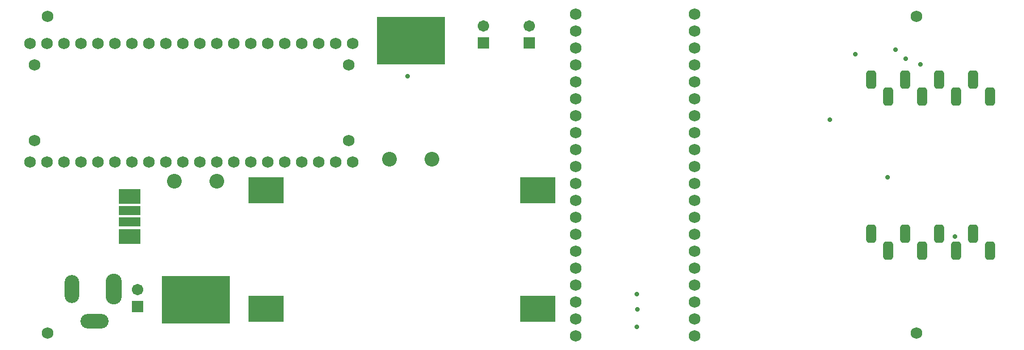
<source format=gts>
%FSLAX24Y24*%
%MOIN*%
G70*
G01*
G75*
G04 Layer_Color=8388736*
G04:AMPARAMS|DCode=10|XSize=100mil|YSize=50mil|CornerRadius=12.5mil|HoleSize=0mil|Usage=FLASHONLY|Rotation=90.000|XOffset=0mil|YOffset=0mil|HoleType=Round|Shape=RoundedRectangle|*
%AMROUNDEDRECTD10*
21,1,0.1000,0.0250,0,0,90.0*
21,1,0.0750,0.0500,0,0,90.0*
1,1,0.0250,0.0125,0.0375*
1,1,0.0250,0.0125,-0.0375*
1,1,0.0250,-0.0125,-0.0375*
1,1,0.0250,-0.0125,0.0375*
%
%ADD10ROUNDEDRECTD10*%
%ADD11R,0.2000X0.1500*%
%ADD12R,0.1181X0.0457*%
%ADD13R,0.1181X0.0787*%
%ADD14R,0.3937X0.2756*%
%ADD15C,0.0197*%
%ADD16C,0.0100*%
%ADD17C,0.0200*%
%ADD18C,0.0100*%
%ADD19C,0.0200*%
%ADD20C,0.0591*%
%ADD21R,0.0591X0.0591*%
%ADD22O,0.0787X0.1575*%
%ADD23O,0.1575X0.0787*%
%ADD24O,0.0866X0.1732*%
%ADD25C,0.0600*%
%ADD26C,0.0787*%
%ADD27C,0.0079*%
%ADD28C,0.0300*%
%ADD29C,0.0090*%
%ADD30C,0.0020*%
%ADD31C,0.0118*%
%ADD32C,0.0059*%
%ADD33C,0.0070*%
G04:AMPARAMS|DCode=34|XSize=108mil|YSize=58mil|CornerRadius=16.5mil|HoleSize=0mil|Usage=FLASHONLY|Rotation=90.000|XOffset=0mil|YOffset=0mil|HoleType=Round|Shape=RoundedRectangle|*
%AMROUNDEDRECTD34*
21,1,0.1080,0.0250,0,0,90.0*
21,1,0.0750,0.0580,0,0,90.0*
1,1,0.0330,0.0125,0.0375*
1,1,0.0330,0.0125,-0.0375*
1,1,0.0330,-0.0125,-0.0375*
1,1,0.0330,-0.0125,0.0375*
%
%ADD34ROUNDEDRECTD34*%
%ADD35R,0.2080X0.1580*%
%ADD36R,0.1261X0.0537*%
%ADD37R,0.1261X0.0867*%
%ADD38R,0.4017X0.2836*%
%ADD39C,0.0280*%
%ADD40C,0.0671*%
%ADD41R,0.0671X0.0671*%
%ADD42O,0.0867X0.1655*%
%ADD43O,0.1655X0.0867*%
%ADD44O,0.0946X0.1812*%
%ADD45C,0.0680*%
%ADD46C,0.0867*%
D34*
X48520Y5840D02*
D03*
X50520D02*
D03*
X52520D02*
D03*
X54520D02*
D03*
X49520Y4840D02*
D03*
X51520D02*
D03*
X53520D02*
D03*
X55520D02*
D03*
Y13946D02*
D03*
X54520Y14946D02*
D03*
X52520D02*
D03*
X50520D02*
D03*
X48520D02*
D03*
X53520Y13946D02*
D03*
X51520D02*
D03*
X49520D02*
D03*
D35*
X12870Y8410D02*
D03*
Y1410D02*
D03*
X28870D02*
D03*
Y8410D02*
D03*
D36*
X4821Y7215D02*
D03*
Y6546D02*
D03*
D37*
Y8042D02*
D03*
Y5680D02*
D03*
D38*
X8730Y1970D02*
D03*
X21390Y17260D02*
D03*
D39*
X4821Y7992D02*
D03*
X49470Y9200D02*
D03*
X46070Y12600D02*
D03*
X50520Y14980D02*
D03*
X52520Y14930D02*
D03*
X51520Y13946D02*
D03*
X53450Y5690D02*
D03*
X47580Y16470D02*
D03*
X49930Y16730D02*
D03*
X50530Y16200D02*
D03*
X51410Y15850D02*
D03*
X34720Y340D02*
D03*
X34740Y1400D02*
D03*
X34710Y2300D02*
D03*
X21200Y15160D02*
D03*
D40*
X28380Y18110D02*
D03*
X25660D02*
D03*
X5310Y2560D02*
D03*
D41*
X28380Y17110D02*
D03*
X25660D02*
D03*
X5310Y1560D02*
D03*
D42*
X1438Y2590D02*
D03*
D43*
X2777Y700D02*
D03*
D44*
X3919Y2590D02*
D03*
D45*
X51181Y18701D02*
D03*
Y0D02*
D03*
X0D02*
D03*
Y18701D02*
D03*
X-772Y11346D02*
D03*
Y15834D02*
D03*
X17732D02*
D03*
Y11346D02*
D03*
X-1020Y10090D02*
D03*
X-20D02*
D03*
X11980D02*
D03*
X12980D02*
D03*
X13980D02*
D03*
X14980D02*
D03*
X15980D02*
D03*
X16980D02*
D03*
X17980D02*
D03*
Y17090D02*
D03*
X16980D02*
D03*
X15980D02*
D03*
X14980D02*
D03*
X13980D02*
D03*
X12980D02*
D03*
X11980D02*
D03*
X10980D02*
D03*
X9980D02*
D03*
X8980D02*
D03*
X7980D02*
D03*
X6980D02*
D03*
X5980D02*
D03*
X4980D02*
D03*
X3980D02*
D03*
X2980D02*
D03*
X1980D02*
D03*
X980D02*
D03*
X-20D02*
D03*
X-1020D02*
D03*
X980Y10090D02*
D03*
X1980D02*
D03*
X2980D02*
D03*
X3980D02*
D03*
X4980D02*
D03*
X5980D02*
D03*
X6980D02*
D03*
X7980D02*
D03*
X8980D02*
D03*
X9980D02*
D03*
X10980D02*
D03*
X38100Y16820D02*
D03*
X31100Y5820D02*
D03*
Y7820D02*
D03*
X38100Y4820D02*
D03*
Y5820D02*
D03*
Y10820D02*
D03*
Y12820D02*
D03*
Y13820D02*
D03*
Y14820D02*
D03*
Y15820D02*
D03*
Y17820D02*
D03*
Y18820D02*
D03*
X31100Y9820D02*
D03*
Y10820D02*
D03*
Y11820D02*
D03*
Y12820D02*
D03*
Y13820D02*
D03*
Y15820D02*
D03*
Y18820D02*
D03*
Y17820D02*
D03*
Y6820D02*
D03*
Y8820D02*
D03*
Y14820D02*
D03*
Y16820D02*
D03*
X38100Y11820D02*
D03*
Y9820D02*
D03*
Y8820D02*
D03*
Y7820D02*
D03*
Y6820D02*
D03*
Y3820D02*
D03*
Y2820D02*
D03*
Y1820D02*
D03*
Y820D02*
D03*
Y-180D02*
D03*
X31100D02*
D03*
Y820D02*
D03*
Y1820D02*
D03*
Y2820D02*
D03*
Y3820D02*
D03*
Y4820D02*
D03*
D46*
X9980Y8970D02*
D03*
X7480D02*
D03*
X20140Y10260D02*
D03*
X22640D02*
D03*
M02*

</source>
